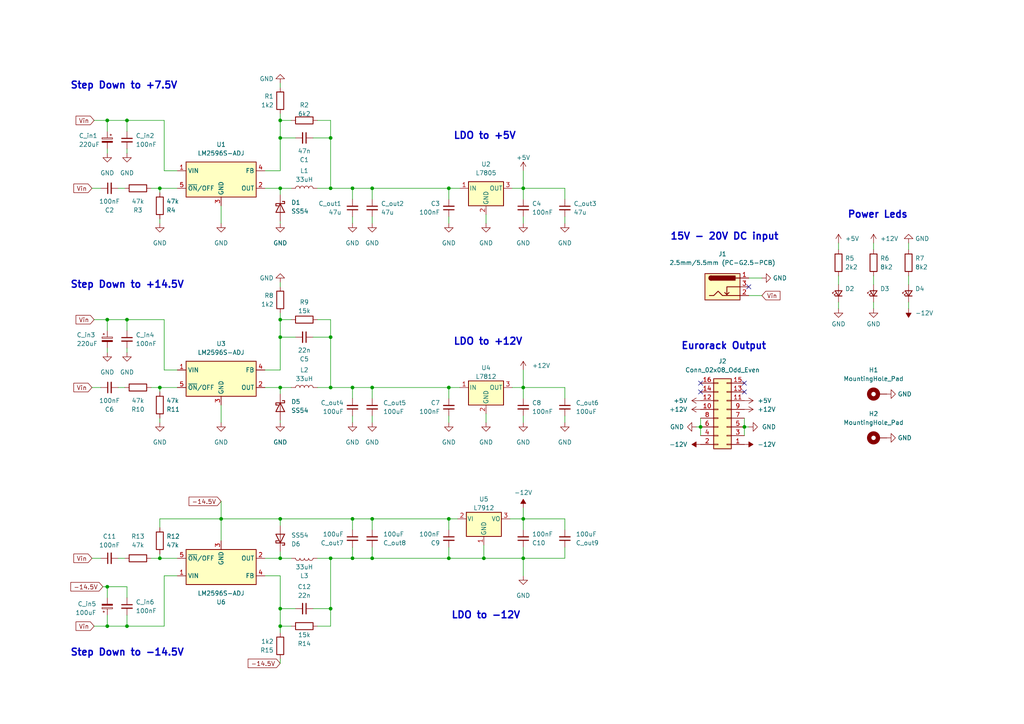
<source format=kicad_sch>
(kicad_sch (version 20211123) (generator eeschema)
  (paper "A4")
  (title_block (title "PSU for Eurorack") (date "2023-02-06") (rev "2") (company "GSS") (comment 1 "15V to 20V input") (comment 2 "Standard Eurorack Output @1A per line"))
  (lib_symbols
    (symbol "Connector:Barrel_Jack_Switch" (pin_names hide)
      (property "Reference" "J" (at 0 5.334 0))
      (property "Value" "Barrel_Jack_Switch" (at 0 -5.08 0))
      (symbol "Barrel_Jack_Switch_0_1"
        (rectangle (start -5.08 3.81) (end 5.08 -3.81) (stroke (width 0.254)) (fill (type background)))
        (arc (start -3.302 3.175) (mid -3.937 2.54) (end -3.302 1.905) (stroke (width 0.254)))
        (arc (start -3.302 3.175) (mid -3.937 2.54) (end -3.302 1.905) (stroke (width 0.254)) (fill (type outline)))
        (polyline (pts (xy 1.27 -2.286) (xy 1.905 -1.651)) (stroke (width 0.254)))
        (polyline (pts (xy 5.08 2.54) (xy 3.81 2.54)) (stroke (width 0.254)))
        (polyline (pts (xy 5.08 0) (xy 1.27 0) (xy 1.27 -2.286) (xy 0.635 -1.651)) (stroke (width 0.254)))
        (polyline (pts (xy -3.81 -2.54) (xy -2.54 -2.54) (xy -1.27 -1.27) (xy 0 -2.54) (xy 2.54 -2.54) (xy 5.08 -2.54)) (stroke (width 0.254)))
        (rectangle (start 3.683 3.175) (end -3.302 1.905) (stroke (width 0.254)) (fill (type outline)))
      )
      (symbol "Barrel_Jack_Switch_1_1"
        (pin passive line (at 7.62 2.54 180) (length 2.54) (name "~") (number "1"))
        (pin passive line (at 7.62 -2.54 180) (length 2.54) (name "~") (number "2"))
        (pin passive line (at 7.62 0 180) (length 2.54) (name "~") (number "3"))
      )
    )
    (symbol "Connector_Generic:Conn_02x08_Odd_Even" (pin_names (offset 1.016) hide)
      (property "Reference" "J" (at 1.27 10.16 0))
      (property "Value" "Conn_02x08_Odd_Even" (at 1.27 -12.7 0))
      (symbol "Conn_02x08_Odd_Even_1_1"
        (rectangle (start -1.27 -10.033) (end 0 -10.287) (stroke (width 0.1524)))
        (rectangle (start -1.27 -7.493) (end 0 -7.747) (stroke (width 0.1524)))
        (rectangle (start -1.27 -4.953) (end 0 -5.207) (stroke (width 0.1524)))
        (rectangle (start -1.27 -2.413) (end 0 -2.667) (stroke (width 0.1524)))
        (rectangle (start -1.27 0.127) (end 0 -0.127) (stroke (width 0.1524)))
        (rectangle (start -1.27 2.667) (end 0 2.413) (stroke (width 0.1524)))
        (rectangle (start -1.27 5.207) (end 0 4.953) (stroke (width 0.1524)))
        (rectangle (start -1.27 7.747) (end 0 7.493) (stroke (width 0.1524)))
        (rectangle (start -1.27 8.89) (end 3.81 -11.43) (stroke (width 0.254)) (fill (type background)))
        (rectangle (start 3.81 -10.033) (end 2.54 -10.287) (stroke (width 0.1524)))
        (rectangle (start 3.81 -7.493) (end 2.54 -7.747) (stroke (width 0.1524)))
        (rectangle (start 3.81 -4.953) (end 2.54 -5.207) (stroke (width 0.1524)))
        (rectangle (start 3.81 -2.413) (end 2.54 -2.667) (stroke (width 0.1524)))
        (rectangle (start 3.81 0.127) (end 2.54 -0.127) (stroke (width 0.1524)))
        (rectangle (start 3.81 2.667) (end 2.54 2.413) (stroke (width 0.1524)))
        (rectangle (start 3.81 5.207) (end 2.54 4.953) (stroke (width 0.1524)))
        (rectangle (start 3.81 7.747) (end 2.54 7.493) (stroke (width 0.1524)))
        (pin passive line (at -5.08 7.62 0) (length 3.81) (name "Pin_1") (number "1"))
        (pin passive line (at 7.62 -2.54 180) (length 3.81) (name "Pin_10") (number "10"))
        (pin passive line (at -5.08 -5.08 0) (length 3.81) (name "Pin_11") (number "11"))
        (pin passive line (at 7.62 -5.08 180) (length 3.81) (name "Pin_12") (number "12"))
        (pin passive line (at -5.08 -7.62 0) (length 3.81) (name "Pin_13") (number "13"))
        (pin passive line (at 7.62 -7.62 180) (length 3.81) (name "Pin_14") (number "14"))
        (pin passive line (at -5.08 -10.16 0) (length 3.81) (name "Pin_15") (number "15"))
        (pin passive line (at 7.62 -10.16 180) (length 3.81) (name "Pin_16") (number "16"))
        (pin passive line (at 7.62 7.62 180) (length 3.81) (name "Pin_2") (number "2"))
        (pin passive line (at -5.08 5.08 0) (length 3.81) (name "Pin_3") (number "3"))
        (pin passive line (at 7.62 5.08 180) (length 3.81) (name "Pin_4") (number "4"))
        (pin passive line (at -5.08 2.54 0) (length 3.81) (name "Pin_5") (number "5"))
        (pin passive line (at 7.62 2.54 180) (length 3.81) (name "Pin_6") (number "6"))
        (pin passive line (at -5.08 0 0) (length 3.81) (name "Pin_7") (number "7"))
        (pin passive line (at 7.62 0 180) (length 3.81) (name "Pin_8") (number "8"))
        (pin passive line (at -5.08 -2.54 0) (length 3.81) (name "Pin_9") (number "9"))
      )
    )
    (symbol "Device:C_Polarized_Small" (pin_numbers hide) (pin_names (offset 0.254) hide)
      (property "Reference" "C" (at 0.254 1.778 0))
      (property "Value" "C_Polarized_Small" (at 0.254 -2.032 0))
      (symbol "C_Polarized_Small_0_1"
        (rectangle (start -1.524 -0.3048) (end 1.524 -0.6858) (fill (type outline)))
        (rectangle (start -1.524 0.6858) (end 1.524 0.3048))
        (polyline (pts (xy -1.27 1.524) (xy -0.762 1.524)))
        (polyline (pts (xy -1.016 1.27) (xy -1.016 1.778)))
      )
      (symbol "C_Polarized_Small_1_1"
        (pin passive line (at 0 2.54 270) (length 1.8542) (name "~") (number "1"))
        (pin passive line (at 0 -2.54 90) (length 1.8542) (name "~") (number "2"))
      )
    )
    (symbol "Device:C_Small" (pin_numbers hide) (pin_names (offset 0.254) hide)
      (property "Reference" "C" (at 0.254 1.778 0))
      (property "Value" "C_Small" (at 0.254 -2.032 0))
      (symbol "C_Small_0_1"
        (polyline (pts (xy -1.524 -0.508) (xy 1.524 -0.508)) (stroke (width 0.3302)))
        (polyline (pts (xy -1.524 0.508) (xy 1.524 0.508)) (stroke (width 0.3048)))
      )
      (symbol "C_Small_1_1"
        (pin passive line (at 0 2.54 270) (length 2.032) (name "~") (number "1"))
        (pin passive line (at 0 -2.54 90) (length 2.032) (name "~") (number "2"))
      )
    )
    (symbol "Device:D_Schottky" (pin_numbers hide) (pin_names (offset 1.016) hide)
      (property "Reference" "D" (at 0 2.54 0))
      (property "Value" "D_Schottky" (at 0 -2.54 0))
      (symbol "D_Schottky_0_1"
        (polyline (pts (xy 1.27 0) (xy -1.27 0)))
        (polyline (pts (xy 1.27 1.27) (xy 1.27 -1.27) (xy -1.27 0) (xy 1.27 1.27)) (stroke (width 0.254)))
        (polyline (pts (xy -1.905 0.635) (xy -1.905 1.27) (xy -1.27 1.27) (xy -1.27 -1.27) (xy -0.635 -1.27) (xy -0.635 -0.635)) (stroke (width 0.254)))
      )
      (symbol "D_Schottky_1_1"
        (pin passive line (at -3.81 0 0) (length 2.54) (name "K") (number "1"))
        (pin passive line (at 3.81 0 180) (length 2.54) (name "A") (number "2"))
      )
    )
    (symbol "Device:L" (pin_numbers hide) (pin_names (offset 1.016) hide)
      (property "Reference" "L" (at -1.27 0 90))
      (property "Value" "L" (at 1.905 0 90))
      (symbol "L_0_1"
        (arc (start 0 -2.54) (mid 0.635 -1.905) (end 0 -1.27))
        (arc (start 0 -1.27) (mid 0.635 -0.635) (end 0 0))
        (arc (start 0 0) (mid 0.635 0.635) (end 0 1.27))
        (arc (start 0 1.27) (mid 0.635 1.905) (end 0 2.54))
      )
      (symbol "L_1_1"
        (pin passive line (at 0 3.81 270) (length 1.27) (name "1") (number "1"))
        (pin passive line (at 0 -3.81 90) (length 1.27) (name "2") (number "2"))
      )
    )
    (symbol "Device:LED_Small" (pin_numbers hide) (pin_names (offset 0.254) hide)
      (property "Reference" "D" (at -1.27 3.175 0))
      (property "Value" "LED_Small" (at -4.445 -2.54 0))
      (symbol "LED_Small_0_1"
        (polyline (pts (xy -0.762 -1.016) (xy -0.762 1.016)) (stroke (width 0.254)))
        (polyline (pts (xy 1.016 0) (xy -0.762 0)))
        (polyline (pts (xy 0.762 -1.016) (xy -0.762 0) (xy 0.762 1.016) (xy 0.762 -1.016)) (stroke (width 0.254)))
        (polyline (pts (xy 0 0.762) (xy -0.508 1.27) (xy -0.254 1.27) (xy -0.508 1.27) (xy -0.508 1.016)))
        (polyline (pts (xy 0.508 1.27) (xy 0 1.778) (xy 0.254 1.778) (xy 0 1.778) (xy 0 1.524)))
      )
      (symbol "LED_Small_1_1"
        (pin passive line (at -2.54 0 0) (length 1.778) (name "K") (number "1"))
        (pin passive line (at 2.54 0 180) (length 1.778) (name "A") (number "2"))
      )
    )
    (symbol "Device:R" (pin_numbers hide) (pin_names (offset 0))
      (property "Reference" "R" (at 2.032 0 90))
      (property "Value" "R" (at 0 0 90))
      (symbol "R_0_1"
        (rectangle (start -1.016 -2.54) (end 1.016 2.54) (stroke (width 0.254)))
      )
      (symbol "R_1_1"
        (pin passive line (at 0 3.81 270) (length 1.27) (name "~") (number "1"))
        (pin passive line (at 0 -3.81 90) (length 1.27) (name "~") (number "2"))
      )
    )
    (symbol "GND_1" (power) (pin_names (offset 0))
      (property "Value" "GND_1" (at 0 -3.81 0))
      (symbol "GND_1_0_1"
        (polyline (pts (xy 0 0) (xy 0 -1.27) (xy 1.27 -1.27) (xy 0 -2.54) (xy -1.27 -1.27) (xy 0 -1.27)))
      )
      (symbol "GND_1_1_1"
        (pin power_in line (at 0 0 270) (length 0) hide (name "GND") (number "1"))
      )
    )
    (symbol "GND_2" (power) (pin_names (offset 0))
      (property "Value" "GND_2" (at 0 -3.81 0))
      (symbol "GND_2_0_1"
        (polyline (pts (xy 0 0) (xy 0 -1.27) (xy 1.27 -1.27) (xy 0 -2.54) (xy -1.27 -1.27) (xy 0 -1.27)))
      )
      (symbol "GND_2_1_1"
        (pin power_in line (at 0 0 270) (length 0) hide (name "GND") (number "1"))
      )
    )
    (symbol "GND_3" (power) (pin_names (offset 0))
      (property "Value" "GND_3" (at 0 -3.81 0))
      (symbol "GND_3_0_1"
        (polyline (pts (xy 0 0) (xy 0 -1.27) (xy 1.27 -1.27) (xy 0 -2.54) (xy -1.27 -1.27) (xy 0 -1.27)))
      )
      (symbol "GND_3_1_1"
        (pin power_in line (at 0 0 270) (length 0) hide (name "GND") (number "1"))
      )
    )
    (symbol "GND_4" (power) (pin_names (offset 0))
      (property "Value" "GND_4" (at 0 -3.81 0))
      (symbol "GND_4_0_1"
        (polyline (pts (xy 0 0) (xy 0 -1.27) (xy 1.27 -1.27) (xy 0 -2.54) (xy -1.27 -1.27) (xy 0 -1.27)))
      )
      (symbol "GND_4_1_1"
        (pin power_in line (at 0 0 270) (length 0) hide (name "GND") (number "1"))
      )
    )
    (symbol "Mechanical:MountingHole_Pad" (pin_numbers hide) (pin_names (offset 1.016) hide)
      (property "Reference" "H" (at 0 6.35 0))
      (property "Value" "MountingHole_Pad" (at 0 4.445 0))
      (symbol "MountingHole_Pad_0_1"
        (circle (center 0 1.27) (radius 1.27) (stroke (width 1.27)))
      )
      (symbol "MountingHole_Pad_1_1"
        (pin input line (at 0 -2.54 90) (length 2.54) (name "1") (number "1"))
      )
    )
    (symbol "Regulator_Linear:L7805" (pin_names (offset 0.254))
      (property "Reference" "U" (at -3.81 3.175 0))
      (property "Value" "L7805" (at 0 3.175 0))
      (symbol "L7805_0_1"
        (rectangle (start -5.08 1.905) (end 5.08 -5.08) (stroke (width 0.254)) (fill (type background)))
      )
      (symbol "L7805_1_1"
        (pin power_in line (at -7.62 0 0) (length 2.54) (name "IN") (number "1"))
        (pin power_in line (at 0 -7.62 90) (length 2.54) (name "GND") (number "2"))
        (pin power_out line (at 7.62 0 180) (length 2.54) (name "OUT") (number "3"))
      )
    )
    (symbol "Regulator_Linear:L7812" (pin_names (offset 0.254))
      (property "Reference" "U" (at -3.81 3.175 0))
      (property "Value" "L7812" (at 0 3.175 0))
      (symbol "L7812_0_1"
        (rectangle (start -5.08 1.905) (end 5.08 -5.08) (stroke (width 0.254)) (fill (type background)))
      )
      (symbol "L7812_1_1"
        (pin power_in line (at -7.62 0 0) (length 2.54) (name "IN") (number "1"))
        (pin power_in line (at 0 -7.62 90) (length 2.54) (name "GND") (number "2"))
        (pin power_out line (at 7.62 0 180) (length 2.54) (name "OUT") (number "3"))
      )
    )
    (symbol "Regulator_Linear:L7912" (pin_names (offset 0.254))
      (property "Reference" "U" (at -3.81 -3.175 0))
      (property "Value" "L7912" (at 0 -3.175 0))
      (symbol "L7912_0_1"
        (rectangle (start -5.08 5.08) (end 5.08 -1.905) (stroke (width 0.254)) (fill (type background)))
      )
      (symbol "L7912_1_1"
        (pin power_in line (at 0 7.62 270) (length 2.54) (name "GND") (number "1"))
        (pin power_in line (at -7.62 0 0) (length 2.54) (name "VI") (number "2"))
        (pin power_out line (at 7.62 0 180) (length 2.54) (name "VO") (number "3"))
      )
    )
    (symbol "Regulator_Switching:LM2596S-ADJ"
      (property "Reference" "U" (at -10.16 6.35 0))
      (property "Value" "LM2596S-ADJ" (at 0 6.35 0))
      (symbol "LM2596S-ADJ_0_1"
        (rectangle (start -10.16 5.08) (end 10.16 -5.08) (stroke (width 0.254)) (fill (type background)))
      )
      (symbol "LM2596S-ADJ_1_1"
        (pin power_in line (at -12.7 2.54 0) (length 2.54) (name "VIN") (number "1"))
        (pin output line (at 12.7 -2.54 180) (length 2.54) (name "OUT") (number "2"))
        (pin power_in line (at 0 -7.62 90) (length 2.54) (name "GND") (number "3"))
        (pin input line (at 12.7 2.54 180) (length 2.54) (name "FB") (number "4"))
        (pin input line (at -12.7 -2.54 0) (length 2.54) (name "~{ON}/OFF") (number "5"))
      )
    )
    (symbol "power:+12V" (power) (pin_names (offset 0))
      (property "Value" "+12V" (at 0 3.556 0))
      (symbol "+12V_0_1"
        (polyline (pts (xy -0.762 1.27) (xy 0 2.54)))
        (polyline (pts (xy 0 0) (xy 0 2.54)))
        (polyline (pts (xy 0 2.54) (xy 0.762 1.27)))
      )
      (symbol "+12V_1_1"
        (pin power_in line (at 0 0 90) (length 0) hide (name "+12V") (number "1"))
      )
    )
    (symbol "power:+5V" (power) (pin_names (offset 0))
      (property "Value" "+5V" (at 0 3.556 0))
      (symbol "+5V_0_1"
        (polyline (pts (xy -0.762 1.27) (xy 0 2.54)))
        (polyline (pts (xy 0 0) (xy 0 2.54)))
        (polyline (pts (xy 0 2.54) (xy 0.762 1.27)))
      )
      (symbol "+5V_1_1"
        (pin power_in line (at 0 0 90) (length 0) hide (name "+5V") (number "1"))
      )
    )
    (symbol "power:-12V" (power) (pin_names (offset 0))
      (property "Value" "-12V" (at 0 3.81 0))
      (symbol "-12V_0_0"
        (pin power_in line (at 0 0 90) (length 0) hide (name "-12V") (number "1"))
      )
      (symbol "-12V_0_1"
        (polyline (pts (xy 0 0) (xy 0 1.27) (xy 0.762 1.27) (xy 0 2.54) (xy -0.762 1.27) (xy 0 1.27)) (fill (type outline)))
      )
    )
    (symbol "power:GND" (power) (pin_names (offset 0))
      (property "Value" "GND" (at 0 -3.81 0))
      (symbol "GND_0_1"
        (polyline (pts (xy 0 0) (xy 0 -1.27) (xy 1.27 -1.27) (xy 0 -2.54) (xy -1.27 -1.27) (xy 0 -1.27)))
      )
      (symbol "GND_1_1"
        (pin power_in line (at 0 0 270) (length 0) hide (name "GND") (number "1"))
      )
    )
  )
  (junction (at 151.765 54.61))
  (junction (at 151.765 112.395))
  (junction (at 107.95 54.61))
  (junction (at 81.28 161.925))
  (junction (at 95.885 54.61))
  (junction (at 31.115 92.71))
  (junction (at 102.235 161.925))
  (junction (at 140.335 161.925))
  (junction (at 95.885 40.005))
  (junction (at 31.115 170.18))
  (junction (at 46.355 161.925))
  (junction (at 36.83 34.925))
  (junction (at 81.28 112.395))
  (junction (at 81.28 150.495))
  (junction (at 81.28 97.79))
  (junction (at 107.95 112.395))
  (junction (at 81.28 181.61))
  (junction (at 81.28 92.71))
  (junction (at 81.28 54.61))
  (junction (at 81.28 176.53))
  (junction (at 64.135 150.495))
  (junction (at 102.235 54.61))
  (junction (at 151.765 161.925))
  (junction (at 151.765 150.495))
  (junction (at 107.95 150.495))
  (junction (at 95.885 161.925))
  (junction (at 95.885 97.79))
  (junction (at 102.235 112.395))
  (junction (at 36.83 181.61))
  (junction (at 81.28 40.005))
  (junction (at 31.115 181.61))
  (junction (at 102.235 150.495))
  (junction (at 107.95 161.925))
  (junction (at 31.115 34.925))
  (junction (at 95.885 176.53))
  (junction (at 36.83 92.71))
  (junction (at 46.355 54.61))
  (junction (at 130.175 161.925))
  (junction (at 215.9 123.825))
  (junction (at 95.885 112.395))
  (junction (at 46.355 112.395))
  (junction (at 203.2 123.825))
  (junction (at 130.175 112.395))
  (junction (at 130.175 54.61))
  (junction (at 130.175 150.495))
  (junction (at 81.28 34.925))
  (no_connect (at 203.2 113.665))
  (no_connect (at 217.17 83.185))
  (no_connect (at 203.2 111.125))
  (no_connect (at 215.9 113.665))
  (no_connect (at 215.9 111.125))
  (wire (pts (xy 81.28 183.515) (xy 81.28 181.61)))
  (wire (pts (xy 140.335 158.115) (xy 140.335 161.925)))
  (wire (pts (xy 46.355 160.655) (xy 46.355 161.925)))
  (wire (pts (xy 36.83 181.61) (xy 36.83 178.435)))
  (wire (pts (xy 64.135 59.69) (xy 64.135 64.77)))
  (wire (pts (xy 133.35 112.395) (xy 130.175 112.395)))
  (wire (pts (xy 201.93 123.825) (xy 203.2 123.825)))
  (wire (pts (xy 151.765 112.395) (xy 163.83 112.395)))
  (wire (pts (xy 81.28 112.395) (xy 81.28 114.3)))
  (wire (pts (xy 102.235 112.395) (xy 102.235 115.57)))
  (wire (pts (xy 47.625 181.61) (xy 47.625 167.005)))
  (wire (pts (xy 130.175 161.925) (xy 140.335 161.925)))
  (wire (pts (xy 102.235 150.495) (xy 107.95 150.495)))
  (wire (pts (xy 81.28 97.79) (xy 85.725 97.79)))
  (wire (pts (xy 163.83 54.61) (xy 163.83 57.785)))
  (wire (pts (xy 151.765 115.57) (xy 151.765 112.395)))
  (wire (pts (xy 151.765 64.77) (xy 151.765 62.865)))
  (wire (pts (xy 81.28 54.61) (xy 81.28 56.515)))
  (wire (pts (xy 34.29 161.925) (xy 36.195 161.925)))
  (wire (pts (xy 64.135 117.475) (xy 64.135 122.555)))
  (wire (pts (xy 31.115 92.71) (xy 31.115 95.885)))
  (wire (pts (xy 243.205 87.63) (xy 243.205 89.535)))
  (wire (pts (xy 46.355 113.665) (xy 46.355 112.395)))
  (wire (pts (xy 95.885 40.005) (xy 95.885 54.61)))
  (wire (pts (xy 81.28 24.13) (xy 81.28 25.4)))
  (wire (pts (xy 130.175 112.395) (xy 130.175 115.57)))
  (wire (pts (xy 81.28 92.71) (xy 81.28 97.79)))
  (wire (pts (xy 27.305 34.925) (xy 31.115 34.925)))
  (wire (pts (xy 46.355 150.495) (xy 64.135 150.495)))
  (wire (pts (xy 133.35 54.61) (xy 130.175 54.61)))
  (wire (pts (xy 203.2 123.825) (xy 203.2 126.365)))
  (wire (pts (xy 31.115 181.61) (xy 31.115 178.435)))
  (wire (pts (xy 81.28 161.925) (xy 84.455 161.925)))
  (wire (pts (xy 31.115 181.61) (xy 36.83 181.61)))
  (wire (pts (xy 243.205 70.485) (xy 243.205 72.39)))
  (wire (pts (xy 253.365 87.63) (xy 253.365 89.535)))
  (wire (pts (xy 31.115 92.71) (xy 36.83 92.71)))
  (wire (pts (xy 217.17 85.725) (xy 220.98 85.725)))
  (wire (pts (xy 95.885 176.53) (xy 95.885 161.925)))
  (wire (pts (xy 31.115 34.925) (xy 36.83 34.925)))
  (wire (pts (xy 107.95 54.61) (xy 107.95 57.785)))
  (wire (pts (xy 36.83 92.71) (xy 47.625 92.71)))
  (wire (pts (xy 27.305 181.61) (xy 31.115 181.61)))
  (wire (pts (xy 81.28 40.005) (xy 85.725 40.005)))
  (wire (pts (xy 163.83 161.925) (xy 163.83 158.75)))
  (wire (pts (xy 47.625 49.53) (xy 51.435 49.53)))
  (wire (pts (xy 107.95 120.65) (xy 107.95 122.555)))
  (wire (pts (xy 151.765 161.925) (xy 163.83 161.925)))
  (wire (pts (xy 95.885 112.395) (xy 102.235 112.395)))
  (wire (pts (xy 27.305 92.71) (xy 31.115 92.71)))
  (wire (pts (xy 140.335 161.925) (xy 151.765 161.925)))
  (wire (pts (xy 107.95 62.865) (xy 107.95 64.77)))
  (wire (pts (xy 46.355 112.395) (xy 51.435 112.395)))
  (wire (pts (xy 81.28 121.92) (xy 81.28 122.555)))
  (wire (pts (xy 102.235 120.65) (xy 102.235 122.555)))
  (wire (pts (xy 81.28 34.925) (xy 81.28 40.005)))
  (wire (pts (xy 215.9 123.825) (xy 215.9 126.365)))
  (wire (pts (xy 151.765 150.495) (xy 151.765 153.67)))
  (wire (pts (xy 76.835 54.61) (xy 81.28 54.61)))
  (wire (pts (xy 92.075 112.395) (xy 95.885 112.395)))
  (wire (pts (xy 92.075 34.925) (xy 95.885 34.925)))
  (wire (pts (xy 64.135 150.495) (xy 64.135 156.845)))
  (wire (pts (xy 140.97 120.015) (xy 140.97 122.555)))
  (wire (pts (xy 76.835 161.925) (xy 81.28 161.925)))
  (wire (pts (xy 102.235 112.395) (xy 107.95 112.395)))
  (wire (pts (xy 81.28 181.61) (xy 81.28 176.53)))
  (wire (pts (xy 102.235 161.925) (xy 107.95 161.925)))
  (wire (pts (xy 81.28 64.135) (xy 81.28 64.77)))
  (wire (pts (xy 46.355 122.555) (xy 46.355 121.285)))
  (wire (pts (xy 76.835 112.395) (xy 81.28 112.395)))
  (wire (pts (xy 151.765 57.785) (xy 151.765 54.61)))
  (wire (pts (xy 90.805 97.79) (xy 95.885 97.79)))
  (wire (pts (xy 76.835 107.315) (xy 81.28 107.315)))
  (wire (pts (xy 34.29 54.61) (xy 36.195 54.61)))
  (wire (pts (xy 81.28 54.61) (xy 84.455 54.61)))
  (wire (pts (xy 81.28 112.395) (xy 84.455 112.395)))
  (wire (pts (xy 76.835 49.53) (xy 81.28 49.53)))
  (wire (pts (xy 47.625 92.71) (xy 47.625 107.315)))
  (wire (pts (xy 81.28 150.495) (xy 81.28 152.4)))
  (wire (pts (xy 90.805 176.53) (xy 95.885 176.53)))
  (wire (pts (xy 46.355 64.77) (xy 46.355 63.5)))
  (wire (pts (xy 26.67 112.395) (xy 29.21 112.395)))
  (wire (pts (xy 151.765 107.315) (xy 151.765 112.395)))
  (wire (pts (xy 43.815 54.61) (xy 46.355 54.61)))
  (wire (pts (xy 84.455 34.925) (xy 81.28 34.925)))
  (wire (pts (xy 26.67 161.925) (xy 29.21 161.925)))
  (wire (pts (xy 163.83 150.495) (xy 163.83 153.67)))
  (wire (pts (xy 130.175 150.495) (xy 130.175 153.67)))
  (wire (pts (xy 140.97 62.23) (xy 140.97 64.77)))
  (wire (pts (xy 151.765 150.495) (xy 163.83 150.495)))
  (wire (pts (xy 130.175 150.495) (xy 132.715 150.495)))
  (wire (pts (xy 81.28 81.915) (xy 81.28 83.185)))
  (wire (pts (xy 151.765 54.61) (xy 148.59 54.61)))
  (wire (pts (xy 34.29 112.395) (xy 36.195 112.395)))
  (wire (pts (xy 263.525 70.485) (xy 263.525 72.39)))
  (wire (pts (xy 263.525 87.63) (xy 263.525 89.535)))
  (wire (pts (xy 36.83 34.925) (xy 47.625 34.925)))
  (wire (pts (xy 163.83 62.865) (xy 163.83 64.77)))
  (wire (pts (xy 31.115 34.925) (xy 31.115 38.1)))
  (wire (pts (xy 215.9 121.285) (xy 215.9 123.825)))
  (wire (pts (xy 81.28 49.53) (xy 81.28 40.005)))
  (wire (pts (xy 215.9 123.825) (xy 217.17 123.825)))
  (wire (pts (xy 107.95 150.495) (xy 107.95 153.67)))
  (wire (pts (xy 130.175 62.865) (xy 130.175 64.77)))
  (wire (pts (xy 36.83 34.925) (xy 36.83 38.1)))
  (wire (pts (xy 102.235 54.61) (xy 107.95 54.61)))
  (wire (pts (xy 102.235 54.61) (xy 102.235 57.785)))
  (wire (pts (xy 76.835 167.005) (xy 81.28 167.005)))
  (wire (pts (xy 107.95 150.495) (xy 130.175 150.495)))
  (wire (pts (xy 130.175 161.925) (xy 130.175 158.75)))
  (wire (pts (xy 95.885 40.005) (xy 95.885 34.925)))
  (wire (pts (xy 36.83 181.61) (xy 47.625 181.61)))
  (wire (pts (xy 151.765 122.555) (xy 151.765 120.65)))
  (wire (pts (xy 31.115 100.965) (xy 31.115 102.235)))
  (wire (pts (xy 243.205 80.01) (xy 243.205 82.55)))
  (wire (pts (xy 29.845 170.18) (xy 31.115 170.18)))
  (wire (pts (xy 81.28 167.005) (xy 81.28 176.53)))
  (wire (pts (xy 43.815 161.925) (xy 46.355 161.925)))
  (wire (pts (xy 163.83 120.65) (xy 163.83 122.555)))
  (wire (pts (xy 46.355 150.495) (xy 46.355 153.035)))
  (wire (pts (xy 81.28 107.315) (xy 81.28 97.79)))
  (wire (pts (xy 64.135 145.415) (xy 64.135 150.495)))
  (wire (pts (xy 31.115 43.18) (xy 31.115 44.45)))
  (wire (pts (xy 92.075 92.71) (xy 95.885 92.71)))
  (wire (pts (xy 107.95 161.925) (xy 130.175 161.925)))
  (wire (pts (xy 84.455 181.61) (xy 81.28 181.61)))
  (wire (pts (xy 47.625 34.925) (xy 47.625 49.53)))
  (wire (pts (xy 253.365 80.01) (xy 253.365 82.55)))
  (wire (pts (xy 151.765 54.61) (xy 163.83 54.61)))
  (wire (pts (xy 31.115 170.18) (xy 36.83 170.18)))
  (wire (pts (xy 151.765 147.32) (xy 151.765 150.495)))
  (wire (pts (xy 36.83 92.71) (xy 36.83 95.885)))
  (wire (pts (xy 102.235 62.865) (xy 102.235 64.77)))
  (wire (pts (xy 43.815 112.395) (xy 46.355 112.395)))
  (wire (pts (xy 26.67 54.61) (xy 29.21 54.61)))
  (wire (pts (xy 95.885 97.79) (xy 95.885 92.71)))
  (wire (pts (xy 95.885 97.79) (xy 95.885 112.395)))
  (wire (pts (xy 151.765 158.75) (xy 151.765 161.925)))
  (wire (pts (xy 46.355 55.88) (xy 46.355 54.61)))
  (wire (pts (xy 92.075 181.61) (xy 95.885 181.61)))
  (wire (pts (xy 151.765 49.53) (xy 151.765 54.61)))
  (wire (pts (xy 46.355 161.925) (xy 51.435 161.925)))
  (wire (pts (xy 36.83 100.965) (xy 36.83 102.235)))
  (wire (pts (xy 90.805 40.005) (xy 95.885 40.005)))
  (wire (pts (xy 107.95 112.395) (xy 130.175 112.395)))
  (wire (pts (xy 102.235 150.495) (xy 102.235 153.67)))
  (wire (pts (xy 46.355 54.61) (xy 51.435 54.61)))
  (wire (pts (xy 102.235 161.925) (xy 102.235 158.75)))
  (wire (pts (xy 84.455 92.71) (xy 81.28 92.71)))
  (wire (pts (xy 31.115 170.18) (xy 31.115 173.355)))
  (wire (pts (xy 81.28 176.53) (xy 85.725 176.53)))
  (wire (pts (xy 64.135 150.495) (xy 81.28 150.495)))
  (wire (pts (xy 47.625 107.315) (xy 51.435 107.315)))
  (wire (pts (xy 95.885 161.925) (xy 102.235 161.925)))
  (wire (pts (xy 130.175 120.65) (xy 130.175 122.555)))
  (wire (pts (xy 147.955 150.495) (xy 151.765 150.495)))
  (wire (pts (xy 36.83 43.18) (xy 36.83 44.45)))
  (wire (pts (xy 163.83 112.395) (xy 163.83 115.57)))
  (wire (pts (xy 95.885 176.53) (xy 95.885 181.61)))
  (wire (pts (xy 107.95 112.395) (xy 107.95 115.57)))
  (wire (pts (xy 151.765 112.395) (xy 148.59 112.395)))
  (wire (pts (xy 107.95 161.925) (xy 107.95 158.75)))
  (wire (pts (xy 81.28 192.405) (xy 81.28 191.135)))
  (wire (pts (xy 81.28 150.495) (xy 102.235 150.495)))
  (wire (pts (xy 81.28 90.805) (xy 81.28 92.71)))
  (wire (pts (xy 107.95 54.61) (xy 130.175 54.61)))
  (wire (pts (xy 253.365 70.485) (xy 253.365 72.39)))
  (wire (pts (xy 217.17 80.645) (xy 220.98 80.645)))
  (wire (pts (xy 203.2 121.285) (xy 203.2 123.825)))
  (wire (pts (xy 47.625 167.005) (xy 51.435 167.005)))
  (wire (pts (xy 36.83 170.18) (xy 36.83 173.355)))
  (wire (pts (xy 130.175 54.61) (xy 130.175 57.785)))
  (wire (pts (xy 151.765 161.925) (xy 151.765 167.005)))
  (wire (pts (xy 95.885 54.61) (xy 102.235 54.61)))
  (wire (pts (xy 92.075 161.925) (xy 95.885 161.925)))
  (wire (pts (xy 92.075 54.61) (xy 95.885 54.61)))
  (wire (pts (xy 263.525 80.01) (xy 263.525 82.55)))
  (wire (pts (xy 81.28 33.02) (xy 81.28 34.925)))
  (wire (pts (xy 81.28 161.925) (xy 81.28 160.02)))
  (text "LDO to -12V" (at 130.81 179.705 0) (effects (font (size 2 2) (thickness 0.4) bold) (justify left bottom)))
  (text "LDO to +12V" (at 131.445 100.33 0) (effects (font (size 2 2) (thickness 0.4) bold) (justify left bottom)))
  (text "Eurorack Output\n" (at 197.485 101.6 0) (effects (font (size 2 2) (thickness 0.4) bold) (justify left bottom)))
  (text "Power Leds" (at 245.745 63.5 0) (effects (font (size 2 2) (thickness 0.4) bold) (justify left bottom)))
  (text "Step Down to +14.5V" (at 20.32 83.82 0) (effects (font (size 2 2) (thickness 0.4) bold) (justify left bottom)))
  (text "15V - 20V DC input" (at 194.31 69.85 0) (effects (font (size 2 2) (thickness 0.4) bold) (justify left bottom)))
  (text "Step Down to +7.5V" (at 20.32 26.035 0) (effects (font (size 2 2) (thickness 0.4) bold) (justify left bottom)))
  (text "Step Down to -14.5V" (at 20.32 190.5 0) (effects (font (size 2 2) (thickness 0.4) bold) (justify left bottom)))
  (text "LDO to +5V" (at 131.445 40.64 0) (effects (font (size 2 2) (thickness 0.4) bold) (justify left bottom)))
  (global_label "Vin" (shape input) (at 26.67 161.925 180) (property "Intersheet References" "${INTERSHEET_REFS}" (effects hide)))
  (global_label "Vin" (shape input) (at 220.98 85.725 0) (property "Intersheet References" "${INTERSHEET_REFS}" (effects hide)))
  (global_label "-14.5V" (shape input) (at 29.845 170.18 180) (property "Intersheet References" "${INTERSHEET_REFS}" (effects hide)))
  (global_label "Vin" (shape input) (at 27.305 92.71 180) (property "Intersheet References" "${INTERSHEET_REFS}" (effects hide)))
  (global_label "Vin" (shape input) (at 27.305 181.61 180) (property "Intersheet References" "${INTERSHEET_REFS}" (effects hide)))
  (global_label "Vin" (shape input) (at 27.305 34.925 180) (property "Intersheet References" "${INTERSHEET_REFS}" (effects hide)))
  (global_label "Vin" (shape input) (at 26.67 54.61 180) (property "Intersheet References" "${INTERSHEET_REFS}" (effects hide)))
  (global_label "-14.5V" (shape input) (at 81.28 192.405 180) (property "Intersheet References" "${INTERSHEET_REFS}" (effects hide)))
  (global_label "-14.5V" (shape input) (at 64.135 145.415 180) (property "Intersheet References" "${INTERSHEET_REFS}" (effects hide)))
  (global_label "Vin" (shape input) (at 26.67 112.395 180) (property "Intersheet References" "${INTERSHEET_REFS}" (effects hide)))
  (symbol (lib_name "GND_1") (lib_id "power:GND") (at 81.28 64.77 0) (unit 1)
    (property "Reference" "#PWR07" (effects hide))
    (property "Value" "GND" (at 81.28 70.485 0))
  )
  (symbol (lib_id "Device:R") (at 81.28 29.21 0) (mirror x) (unit 1)
    (property "Reference" "R1" (at 79.375 27.9399 0) (effects (justify right)))
    (property "Value" "1k2" (at 79.375 30.4799 0) (effects (justify right)))
    (property "Footprint" "Resistor_SMD:R_0805_2012Metric_Pad1.20x1.40mm_HandSolder" (effects hide))
    (property "JLCPCB Reference" "C17379 " (effects hide))
  )
  (symbol (lib_id "Device:R") (at 81.28 187.325 0) (unit 1)
    (property "Reference" "R15" (at 79.375 188.5951 0) (effects (justify right)))
    (property "Value" "1k2" (at 79.375 186.0551 0) (effects (justify right)))
    (property "Footprint" "Resistor_SMD:R_0805_2012Metric_Pad1.20x1.40mm_HandSolder" (effects hide))
    (property "JLCPCB Reference" "C17379 " (effects hide))
  )
  (symbol (lib_id "Device:C_Small") (at 88.265 97.79 270) (unit 1)
    (property "Reference" "C5" (at 88.2587 104.14 90))
    (property "Value" "22n" (at 88.2587 101.6 90))
    (property "Footprint" "Capacitor_SMD:C_0603_1608Metric" (effects hide))
    (property "JLCPCB Reference" "C21122 " (effects hide))
  )
  (symbol (lib_id "Device:R") (at 40.005 54.61 90) (mirror x) (unit 1)
    (property "Reference" "R3" (at 40.005 60.96 90))
    (property "Value" "47k" (at 40.005 58.42 90))
    (property "Footprint" "Resistor_SMD:R_0603_1608Metric" (effects hide))
    (property "JLCPCB Reference" "C25819" (effects hide))
  )
  (symbol (lib_name "GND_3") (lib_id "power:GND") (at 257.175 127 90) (unit 1)
    (property "Reference" "#PWR047" (effects hide))
    (property "Value" "GND" (at 260.35 126.9999 90) (effects (justify right)))
  )
  (symbol (lib_id "Device:LED_Small") (at 253.365 85.09 90) (unit 1)
    (property "Reference" "D3" (at 255.27 83.7564 90) (effects (justify right)))
    (property "Value" " " (at 255.27 86.2964 90) (effects (justify right)))
    (property "Footprint" "LED_THT:LED_D3.0mm" (effects hide))
  )
  (symbol (lib_name "GND_1") (lib_id "power:GND") (at 81.28 24.13 0) (mirror x) (unit 1)
    (property "Reference" "#PWR01" (effects hide))
    (property "Value" "GND" (at 79.375 22.8599 0) (effects (justify right)))
  )
  (symbol (lib_id "Device:R") (at 81.28 86.995 0) (mirror x) (unit 1)
    (property "Reference" "R8" (at 79.375 85.7249 0) (effects (justify right)))
    (property "Value" "1k2" (at 79.375 88.2649 0) (effects (justify right)))
    (property "Footprint" "Resistor_SMD:R_0805_2012Metric_Pad1.20x1.40mm_HandSolder" (effects hide))
    (property "JLCPCB Reference" "C17379 " (effects hide))
  )
  (symbol (lib_id "Device:R") (at 40.005 161.925 90) (unit 1)
    (property "Reference" "R13" (at 40.005 155.575 90))
    (property "Value" "47k" (at 40.005 158.115 90))
    (property "Footprint" "Resistor_SMD:R_0603_1608Metric" (effects hide))
    (property "JLCPCB Reference" "C25819" (effects hide))
  )
  (symbol (lib_id "Mechanical:MountingHole_Pad") (at 254.635 127 90) (unit 1)
    (property "Reference" "H2" (at 253.365 120.015 90))
    (property "Value" "MountingHole_Pad" (at 253.365 122.555 90))
    (property "Footprint" "MountingHole:MountingHole_3.2mm_M3_Pad_TopOnly" (effects hide))
  )
  (symbol (lib_name "GND_1") (lib_id "power:GND") (at 36.83 102.235 0) (unit 1)
    (property "Reference" "#PWR035" (effects hide))
    (property "Value" "GND" (at 36.83 107.95 0))
  )
  (symbol (lib_name "GND_1") (lib_id "power:GND") (at 64.135 122.555 0) (unit 1)
    (property "Reference" "#PWR039" (effects hide))
    (property "Value" "GND" (at 64.135 128.27 0))
  )
  (symbol (lib_id "Device:C_Small") (at 163.83 156.21 180) (unit 1)
    (property "Reference" "C_out9" (at 167.005 157.4738 0) (effects (justify right)))
    (property "Value" "100uF" (at 167.005 154.9338 0) (effects (justify right)))
    (property "Footprint" "Inductor_SMD:L_1210_3225Metric" (effects hide))
    (property "JLCPCB Reference" "C90143 " (effects hide))
  )
  (symbol (lib_id "Device:R") (at 88.265 92.71 270) (mirror x) (unit 1)
    (property "Reference" "R9" (at 88.265 87.63 90))
    (property "Value" "15k" (at 88.265 90.17 90))
    (property "Footprint" "Resistor_SMD:R_0805_2012Metric_Pad1.20x1.40mm_HandSolder" (effects hide))
    (property "JLCPCB Reference" " C17475 " (effects hide))
  )
  (symbol (lib_name "GND_1") (lib_id "power:GND") (at 107.95 122.555 0) (unit 1)
    (property "Reference" "#PWR042" (effects hide))
    (property "Value" "GND" (at 107.95 128.27 0))
  )
  (symbol (lib_id "Connector:Barrel_Jack_Switch") (at 209.55 83.185 0) (unit 1)
    (property "Reference" "J1" (at 209.55 73.66 0))
    (property "Value" "2.5mm/5.5mm (PC-G2.5-PCB)" (at 209.55 76.2 0))
    (property "Footprint" "Connectors:DC_Barrel_Jack_2.5mm_5.7mm_Verrtical" (effects hide))
  )
  (symbol (lib_name "GND_4") (lib_id "power:GND") (at 253.365 89.535 0) (unit 1)
    (property "Reference" "#PWR030" (effects hide))
    (property "Value" "GND" (at 253.365 93.98 0))
  )
  (symbol (lib_id "Regulator_Linear:L7805") (at 140.97 54.61 0) (unit 1)
    (property "Reference" "U2" (at 140.97 47.625 0))
    (property "Value" "L7805" (at 140.97 50.165 0))
    (property "Footprint" "Package_TO_SOT_SMD:TO-263-3_TabPin2" (effects hide))
    (property "Datasheet" "http://www.st.com/content/ccc/resource/technical/document/datasheet/41/4f/b3/b0/12/d4/47/88/CD00000444.pdf/files/CD00000444.pdf/jcr:content/translations/en.CD00000444.pdf" (effects hide))
    (property "JLCPCB Reference" "C507146" (effects hide))
  )
  (symbol (lib_id "power:+12V") (at 253.365 70.485 0) (unit 1)
    (property "Reference" "#PWR015" (effects hide))
    (property "Value" "+12V" (at 255.27 69.2149 0) (effects (justify left)))
  )
  (symbol (lib_id "Device:C_Small") (at 36.83 175.895 0) (mirror y) (unit 1)
    (property "Reference" "C_in6" (at 39.37 174.6312 0) (effects (justify right)))
    (property "Value" "100nF" (at 39.37 177.1712 0) (effects (justify right)))
    (property "Footprint" "Capacitor_SMD:C_1206_3216Metric" (effects hide))
    (property "JLCPCB Reference" "C24497 " (effects hide))
  )
  (symbol (lib_name "GND_1") (lib_id "power:GND") (at 151.765 64.77 0) (unit 1)
    (property "Reference" "#PWR012" (effects hide))
    (property "Value" "GND" (at 151.765 70.485 0))
  )
  (symbol (lib_id "Device:C_Small") (at 163.83 60.325 0) (mirror y) (unit 1)
    (property "Reference" "C_out3" (at 166.37 59.0612 0) (effects (justify right)))
    (property "Value" "47u" (at 166.37 61.6012 0) (effects (justify right)))
    (property "Footprint" "Capacitor_SMD:C_1206_3216Metric" (effects hide))
    (property "JLCPCB Reference" "C96123" (effects hide))
  )
  (symbol (lib_name "GND_1") (lib_id "power:GND") (at 36.83 44.45 0) (unit 1)
    (property "Reference" "#PWR03" (effects hide))
    (property "Value" "GND" (at 36.83 50.165 0))
  )
  (symbol (lib_id "Device:C_Small") (at 130.175 60.325 0) (mirror x) (unit 1)
    (property "Reference" "C3" (at 127.635 59.0485 0) (effects (justify right)))
    (property "Value" "100nF" (at 127.635 61.5885 0) (effects (justify right)))
    (property "Footprint" "Capacitor_SMD:C_0805_2012Metric" (effects hide))
    (property "JLCPCB Reference" " C49678" (effects hide))
  )
  (symbol (lib_id "Device:C_Small") (at 31.75 112.395 90) (mirror x) (unit 1)
    (property "Reference" "C6" (at 31.7563 118.745 90))
    (property "Value" "100nF" (at 31.7563 116.205 90))
    (property "Footprint" "Capacitor_SMD:C_0805_2012Metric" (effects hide))
    (property "JLCPCB Reference" " C49678" (effects hide))
  )
  (symbol (lib_id "Regulator_Linear:L7912") (at 140.335 150.495 0) (mirror x) (unit 1)
    (property "Reference" "U5" (at 140.335 144.78 0))
    (property "Value" "L7912" (at 140.335 147.32 0))
    (property "Footprint" "Package_TO_SOT_SMD:TO-263-3_TabPin2" (effects hide))
    (property "Datasheet" "http://www.st.com/content/ccc/resource/technical/document/datasheet/c9/16/86/41/c7/2b/45/f2/CD00000450.pdf/files/CD00000450.pdf/jcr:content/translations/en.CD00000450.pdf" (effects hide))
    (property "JLCPCB Reference" " C2926383 " (effects hide))
  )
  (symbol (lib_name "GND_1") (lib_id "power:GND") (at 140.97 64.77 0) (unit 1)
    (property "Reference" "#PWR011" (effects hide))
    (property "Value" "GND" (at 140.97 70.485 0))
  )
  (symbol (lib_id "Device:L") (at 88.265 161.925 270) (unit 1)
    (property "Reference" "L3" (at 88.265 167.005 90))
    (property "Value" "33uH" (at 88.265 164.465 90))
    (property "Footprint" "Inductor_SMD:L_12x12mm_H8mm" (effects hide))
    (property "JLCPCB Reference" " C718306 " (effects hide))
  )
  (symbol (lib_id "Device:D_Schottky") (at 81.28 118.11 270) (unit 1)
    (property "Reference" "D5" (at 84.455 116.5224 90) (effects (justify left)))
    (property "Value" "SS54" (at 84.455 119.0624 90) (effects (justify left)))
    (property "Footprint" "Diode_SMD:D_SMA" (effects hide))
    (property "JLCPCB Reference" "C22452" (effects hide))
  )
  (symbol (lib_id "Device:C_Small") (at 130.175 118.11 0) (mirror x) (unit 1)
    (property "Reference" "C7" (at 127.635 116.8335 0) (effects (justify right)))
    (property "Value" "100nF" (at 127.635 119.3735 0) (effects (justify right)))
    (property "Footprint" "Capacitor_SMD:C_0805_2012Metric" (effects hide))
    (property "JLCPCB Reference" " C49678" (effects hide))
  )
  (symbol (lib_id "power:-12V") (at 263.525 89.535 180) (unit 1)
    (property "Reference" "#PWR031" (effects hide))
    (property "Value" "-12V" (at 265.43 90.8049 0) (effects (justify right)))
  )
  (symbol (lib_id "Device:C_Small") (at 31.75 161.925 90) (unit 1)
    (property "Reference" "C11" (at 31.7563 155.575 90))
    (property "Value" "100nF" (at 31.7563 158.115 90))
    (property "Footprint" "Capacitor_SMD:C_0805_2012Metric" (effects hide))
    (property "JLCPCB Reference" " C49678" (effects hide))
  )
  (symbol (lib_id "Connector_Generic:Conn_02x08_Odd_Even") (at 210.82 121.285 180) (unit 1)
    (property "Reference" "J2" (at 209.55 104.775 0))
    (property "Value" "Conn_02x08_Odd_Even" (at 209.55 107.315 0))
    (property "Footprint" "Connector_IDC:IDC-Header_2x08_P2.54mm_Vertical" (effects hide))
  )
  (symbol (lib_id "power:-12V") (at 215.9 128.905 270) (unit 1)
    (property "Reference" "#PWR033" (effects hide))
    (property "Value" "-12V" (at 219.71 128.9049 90) (effects (justify left)))
  )
  (symbol (lib_id "Mechanical:MountingHole_Pad") (at 254.635 114.3 90) (unit 1)
    (property "Reference" "H1" (at 253.365 107.315 90))
    (property "Value" "MountingHole_Pad" (at 253.365 109.855 90))
    (property "Footprint" "MountingHole:MountingHole_3.2mm_M3_Pad_TopOnly" (effects hide))
  )
  (symbol (lib_name "GND_3") (lib_id "power:GND") (at 257.175 114.3 90) (unit 1)
    (property "Reference" "#PWR037" (effects hide))
    (property "Value" "GND" (at 260.35 114.2999 90) (effects (justify right)))
  )
  (symbol (lib_id "power:GND") (at 217.17 123.825 90) (unit 1)
    (property "Reference" "#PWR027" (effects hide))
    (property "Value" "GND" (at 220.98 123.8249 90) (effects (justify right)))
  )
  (symbol (lib_id "power:-12V") (at 203.2 128.905 90) (unit 1)
    (property "Reference" "#PWR032" (effects hide))
    (property "Value" "-12V" (at 199.39 128.9049 90) (effects (justify left)))
  )
  (symbol (lib_id "Device:C_Small") (at 36.83 98.425 0) (mirror y) (unit 1)
    (property "Reference" "C_in4" (at 39.37 97.1612 0) (effects (justify right)))
    (property "Value" "100nF" (at 39.37 99.7012 0) (effects (justify right)))
    (property "Footprint" "Capacitor_SMD:C_1206_3216Metric" (effects hide))
    (property "JLCPCB Reference" "C24497 " (effects hide))
  )
  (symbol (lib_id "power:+5V") (at 215.9 116.205 270) (unit 1)
    (property "Reference" "#PWR018" (effects hide))
    (property "Value" "+5V" (at 219.71 116.2049 90) (effects (justify left)))
  )
  (symbol (lib_name "GND_1") (lib_id "power:GND") (at 31.115 102.235 0) (mirror y) (unit 1)
    (property "Reference" "#PWR034" (effects hide))
    (property "Value" "GND" (at 31.115 107.95 0))
  )
  (symbol (lib_id "Device:C_Small") (at 130.175 156.21 0) (unit 1)
    (property "Reference" "C9" (at 127.635 157.4865 0) (effects (justify right)))
    (property "Value" "100nF" (at 127.635 154.9465 0) (effects (justify right)))
    (property "Footprint" "Capacitor_SMD:C_0805_2012Metric" (effects hide))
    (property "JLCPCB Reference" " C49678" (effects hide))
  )
  (symbol (lib_id "power:GND") (at 220.98 80.645 90) (unit 1)
    (property "Reference" "#PWR024" (effects hide))
    (property "Value" "GND" (at 224.155 80.6449 90) (effects (justify right)))
  )
  (symbol (lib_name "GND_1") (lib_id "power:GND") (at 163.83 64.77 0) (unit 1)
    (property "Reference" "#PWR013" (effects hide))
    (property "Value" "GND" (at 163.83 70.485 0))
  )
  (symbol (lib_id "power:+5V") (at 151.765 49.53 0) (unit 1)
    (property "Reference" "#PWR04" (effects hide))
    (property "Value" "+5V" (at 151.765 45.72 0))
  )
  (symbol (lib_id "Device:R") (at 88.265 181.61 270) (mirror x) (unit 1)
    (property "Reference" "R14" (at 88.265 186.69 90))
    (property "Value" "15k" (at 88.265 184.15 90))
    (property "Footprint" "Resistor_SMD:R_0805_2012Metric_Pad1.20x1.40mm_HandSolder" (effects hide))
    (property "JLCPCB Reference" " C17475 " (effects hide))
  )
  (symbol (lib_id "Regulator_Switching:LM2596S-ADJ") (at 64.135 109.855 0) (unit 1)
    (property "Reference" "U3" (at 64.135 99.695 0))
    (property "Value" "LM2596S-ADJ" (at 64.135 102.235 0))
    (property "Footprint" "Package_TO_SOT_SMD:TO-263-5_TabPin3" (effects hide))
    (property "Datasheet" "http://www.ti.com/lit/ds/symlink/lm2596.pdf" (effects hide))
    (property "JLCPCB Reference" "C347423 " (effects hide))
  )
  (symbol (lib_id "Device:D_Schottky") (at 81.28 60.325 270) (unit 1)
    (property "Reference" "D1" (at 84.455 58.7374 90) (effects (justify left)))
    (property "Value" "SS54" (at 84.455 61.2774 90) (effects (justify left)))
    (property "Footprint" "Diode_SMD:D_SMA" (effects hide))
    (property "JLCPCB Reference" "C22452" (effects hide))
  )
  (symbol (lib_id "Device:R") (at 46.355 156.845 180) (unit 1)
    (property "Reference" "R12" (at 48.26 155.5749 0) (effects (justify right)))
    (property "Value" "47k" (at 48.26 158.1149 0) (effects (justify right)))
    (property "Footprint" "Resistor_SMD:R_0603_1608Metric" (effects hide))
    (property "JLCPCB Reference" "C25819" (effects hide))
  )
  (symbol (lib_id "Device:C_Small") (at 31.75 54.61 90) (mirror x) (unit 1)
    (property "Reference" "C2" (at 31.7563 60.96 90))
    (property "Value" "100nF" (at 31.7563 58.42 90))
    (property "Footprint" "Capacitor_SMD:C_0805_2012Metric" (effects hide))
    (property "JLCPCB Reference" " C49678" (effects hide))
  )
  (symbol (lib_id "Device:C_Small") (at 151.765 60.325 0) (mirror y) (unit 1)
    (property "Reference" "C4" (at 154.305 59.0612 0) (effects (justify right)))
    (property "Value" "100nF" (at 154.305 61.6012 0) (effects (justify right)))
    (property "Footprint" "Capacitor_SMD:C_0805_2012Metric" (effects hide))
    (property "JLCPCB Reference" " C49678" (effects hide))
  )
  (symbol (lib_name "GND_1") (lib_id "power:GND") (at 81.28 81.915 0) (mirror x) (unit 1)
    (property "Reference" "#PWR025" (effects hide))
    (property "Value" "GND" (at 79.375 80.6449 0) (effects (justify right)))
  )
  (symbol (lib_id "Device:C_Small") (at 102.235 118.11 0) (mirror x) (unit 1)
    (property "Reference" "C_out4" (at 99.695 116.8335 0) (effects (justify right)))
    (property "Value" "100uF" (at 99.695 119.3735 0) (effects (justify right)))
    (property "Footprint" "Inductor_SMD:L_1210_3225Metric" (effects hide))
    (property "JLCPCB Reference" "C90143 " (effects hide))
  )
  (symbol (lib_name "GND_1") (lib_id "power:GND") (at 46.355 122.555 0) (unit 1)
    (property "Reference" "#PWR038" (effects hide))
    (property "Value" "GND" (at 46.355 128.27 0))
  )
  (symbol (lib_id "power:+12V") (at 151.765 107.315 0) (unit 1)
    (property "Reference" "#PWR036" (effects hide))
    (property "Value" "+12V" (at 154.305 106.0449 0) (effects (justify left)))
  )
  (symbol (lib_id "Regulator_Switching:LM2596S-ADJ") (at 64.135 164.465 0) (mirror x) (unit 1)
    (property "Reference" "U6" (at 64.135 174.625 0))
    (property "Value" "LM2596S-ADJ" (at 64.135 172.085 0))
    (property "Footprint" "Package_TO_SOT_SMD:TO-263-5_TabPin3" (effects hide))
    (property "Datasheet" "http://www.ti.com/lit/ds/symlink/lm2596.pdf" (effects hide))
    (property "JLCPCB Reference" "C347423 " (effects hide))
  )
  (symbol (lib_id "Device:R") (at 40.005 112.395 90) (mirror x) (unit 1)
    (property "Reference" "R10" (at 40.005 118.745 90))
    (property "Value" "47k" (at 40.005 116.205 90))
    (property "Footprint" "Resistor_SMD:R_0603_1608Metric" (effects hide))
    (property "JLCPCB Reference" "C25819" (effects hide))
  )
  (symbol (lib_id "power:GND") (at 201.93 123.825 270) (unit 1)
    (property "Reference" "#PWR026" (effects hide))
    (property "Value" "GND" (at 194.31 123.825 90) (effects (justify left)))
  )
  (symbol (lib_id "Device:C_Small") (at 151.765 156.21 180) (unit 1)
    (property "Reference" "C10" (at 154.305 157.4738 0) (effects (justify right)))
    (property "Value" "100nF" (at 154.305 154.9338 0) (effects (justify right)))
    (property "Footprint" "Capacitor_SMD:C_0805_2012Metric" (effects hide))
    (property "JLCPCB Reference" " C49678" (effects hide))
  )
  (symbol (lib_id "Device:C_Small") (at 107.95 60.325 0) (mirror y) (unit 1)
    (property "Reference" "C_out2" (at 110.49 59.0612 0) (effects (justify right)))
    (property "Value" "47u" (at 110.49 61.6012 0) (effects (justify right)))
    (property "Footprint" "Capacitor_SMD:C_1206_3216Metric" (effects hide))
    (property "JLCPCB Reference" "C96123" (effects hide))
  )
  (symbol (lib_id "Device:C_Polarized_Small") (at 31.115 98.425 0) (unit 1)
    (property "Reference" "C_in3" (at 22.225 97.155 0) (effects (justify left)))
    (property "Value" "220uF" (at 22.225 99.695 0) (effects (justify left)))
    (property "Footprint" "Capacitor_SMD:CP_Elec_10x7.7" (effects hide))
    (property "JLCPCB Reference" "C249881" (effects hide))
  )
  (symbol (lib_id "Device:R") (at 253.365 76.2 0) (unit 1)
    (property "Reference" "R6" (at 255.27 74.9299 0) (effects (justify left)))
    (property "Value" "8k2" (at 255.27 77.4699 0) (effects (justify left)))
    (property "Footprint" "Resistor_SMD:R_0603_1608Metric" (effects hide))
    (property "JLCPCB Reference" "C25981" (effects hide))
  )
  (symbol (lib_id "Device:C_Small") (at 88.265 40.005 270) (unit 1)
    (property "Reference" "C1" (at 88.2587 46.355 90))
    (property "Value" "47n" (at 88.2587 43.815 90))
    (property "Footprint" "Capacitor_SMD:C_0603_1608Metric" (effects hide))
    (property "JLCPCB Reference" " C1622" (effects hide))
  )
  (symbol (lib_id "power:+5V") (at 243.205 70.485 0) (unit 1)
    (property "Reference" "#PWR014" (effects hide))
    (property "Value" "+5V" (at 245.11 69.2149 0) (effects (justify left)))
  )
  (symbol (lib_id "Device:C_Small") (at 88.265 176.53 270) (mirror x) (unit 1)
    (property "Reference" "C12" (at 88.2587 170.18 90))
    (property "Value" "22n" (at 88.2587 172.72 90))
    (property "Footprint" "Capacitor_SMD:C_0603_1608Metric" (effects hide))
    (property "JLCPCB Reference" "C21122 " (effects hide))
  )
  (symbol (lib_id "Device:R") (at 88.265 34.925 90) (unit 1)
    (property "Reference" "R2" (at 88.265 30.48 90))
    (property "Value" "6k2" (at 88.265 33.02 90))
    (property "Footprint" "Resistor_SMD:R_0805_2012Metric_Pad1.20x1.40mm_HandSolder" (effects hide))
    (property "JLCPCB Reference" "C17767 " (effects hide))
  )
  (symbol (lib_name "GND_4") (lib_id "power:GND") (at 243.205 89.535 0) (unit 1)
    (property "Reference" "#PWR029" (effects hide))
    (property "Value" "GND" (at 243.205 93.98 0))
  )
  (symbol (lib_id "Device:C_Small") (at 36.83 40.64 0) (mirror y) (unit 1)
    (property "Reference" "C_in2" (at 39.37 39.3762 0) (effects (justify right)))
    (property "Value" "100nF" (at 39.37 41.9162 0) (effects (justify right)))
    (property "Footprint" "Capacitor_SMD:C_1206_3216Metric" (effects hide))
    (property "JLCPCB Reference" "C24497 " (effects hide))
  )
  (symbol (lib_name "GND_1") (lib_id "power:GND") (at 102.235 64.77 0) (mirror y) (unit 1)
    (property "Reference" "#PWR08" (effects hide))
    (property "Value" "GND" (at 102.235 70.485 0))
  )
  (symbol (lib_name "GND_1") (lib_id "power:GND") (at 31.115 44.45 0) (mirror y) (unit 1)
    (property "Reference" "#PWR02" (effects hide))
    (property "Value" "GND" (at 31.115 50.165 0))
  )
  (symbol (lib_id "Device:C_Small") (at 107.95 156.21 180) (unit 1)
    (property "Reference" "C_out8" (at 111.125 157.4738 0) (effects (justify right)))
    (property "Value" "100uF" (at 111.125 154.9338 0) (effects (justify right)))
    (property "Footprint" "Inductor_SMD:L_1210_3225Metric" (effects hide))
    (property "JLCPCB Reference" "C90143 " (effects hide))
  )
  (symbol (lib_name "GND_1") (lib_id "power:GND") (at 163.83 122.555 0) (unit 1)
    (property "Reference" "#PWR046" (effects hide))
    (property "Value" "GND" (at 163.83 128.27 0))
  )
  (symbol (lib_id "Device:C_Small") (at 102.235 156.21 0) (unit 1)
    (property "Reference" "C_out7" (at 99.695 157.4865 0) (effects (justify right)))
    (property "Value" "100uF" (at 99.695 154.9465 0) (effects (justify right)))
    (property "Footprint" "Inductor_SMD:L_1210_3225Metric" (effects hide))
    (property "JLCPCB Reference" "C90143 " (effects hide))
  )
  (symbol (lib_name "GND_4") (lib_id "power:GND") (at 263.525 70.485 180) (unit 1)
    (property "Reference" "#PWR016" (effects hide))
    (property "Value" "GND" (at 265.43 69.2149 0) (effects (justify right)))
  )
  (symbol (lib_id "Device:LED_Small") (at 243.205 85.09 90) (unit 1)
    (property "Reference" "D2" (at 245.11 83.7564 90) (effects (justify right)))
    (property "Value" " " (at 245.11 86.2964 90) (effects (justify right)))
    (property "Footprint" "LED_THT:LED_D3.0mm" (effects hide))
  )
  (symbol (lib_id "Device:C_Small") (at 107.95 118.11 0) (mirror y) (unit 1)
    (property "Reference" "C_out5" (at 111.125 116.8462 0) (effects (justify right)))
    (property "Value" "100uF" (at 111.125 119.3862 0) (effects (justify right)))
    (property "Footprint" "Inductor_SMD:L_1210_3225Metric" (effects hide))
    (property "JLCPCB Reference" "C90143 " (effects hide))
  )
  (symbol (lib_id "Regulator_Switching:LM2596S-ADJ") (at 64.135 52.07 0) (unit 1)
    (property "Reference" "U1" (at 64.135 41.91 0))
    (property "Value" "LM2596S-ADJ" (at 64.135 44.45 0))
    (property "Footprint" "Package_TO_SOT_SMD:TO-263-5_TabPin3" (effects hide))
    (property "Datasheet" "http://www.ti.com/lit/ds/symlink/lm2596.pdf" (effects hide))
    (property "JLCPCB Reference" "C347423 " (effects hide))
  )
  (symbol (lib_id "Device:L") (at 88.265 54.61 90) (unit 1)
    (property "Reference" "L1" (at 88.265 49.53 90))
    (property "Value" "33uH" (at 88.265 52.07 90))
    (property "Footprint" "Inductor_SMD:L_12x12mm_H8mm" (effects hide))
    (property "JLCPCB Reference" " C718306 " (effects hide))
  )
  (symbol (lib_name "GND_1") (lib_id "power:GND") (at 107.95 64.77 0) (unit 1)
    (property "Reference" "#PWR09" (effects hide))
    (property "Value" "GND" (at 107.95 70.485 0))
  )
  (symbol (lib_name "GND_1") (lib_id "power:GND") (at 46.355 64.77 0) (unit 1)
    (property "Reference" "#PWR05" (effects hide))
    (property "Value" "GND" (at 46.355 70.485 0))
  )
  (symbol (lib_id "Device:C_Small") (at 151.765 118.11 0) (mirror y) (unit 1)
    (property "Reference" "C8" (at 154.305 116.8462 0) (effects (justify right)))
    (property "Value" "100nF" (at 154.305 119.3862 0) (effects (justify right)))
    (property "Footprint" "Capacitor_SMD:C_0805_2012Metric" (effects hide))
    (property "JLCPCB Reference" " C49678" (effects hide))
  )
  (symbol (lib_id "Device:C_Small") (at 163.83 118.11 0) (mirror y) (unit 1)
    (property "Reference" "C_out6" (at 167.005 116.8462 0) (effects (justify right)))
    (property "Value" "100uF" (at 167.005 119.3862 0) (effects (justify right)))
    (property "Footprint" "Inductor_SMD:L_1210_3225Metric" (effects hide))
    (property "JLCPCB Reference" "C90143 " (effects hide))
  )
  (symbol (lib_id "power:+12V") (at 203.2 118.745 90) (unit 1)
    (property "Reference" "#PWR020" (effects hide))
    (property "Value" "+12V" (at 199.39 118.7449 90) (effects (justify left)))
  )
  (symbol (lib_name "GND_1") (lib_id "power:GND") (at 81.28 122.555 0) (unit 1)
    (property "Reference" "#PWR040" (effects hide))
    (property "Value" "GND" (at 81.28 128.27 0))
  )
  (symbol (lib_id "Device:D_Schottky") (at 81.28 156.21 270) (mirror x) (unit 1)
    (property "Reference" "D6" (at 84.455 157.7976 90) (effects (justify left)))
    (property "Value" "SS54" (at 84.455 155.2576 90) (effects (justify left)))
    (property "Footprint" "Diode_SMD:D_SMA" (effects hide))
    (property "JLCPCB Reference" "C22452" (effects hide))
  )
  (symbol (lib_id "Device:R") (at 46.355 59.69 0) (mirror y) (unit 1)
    (property "Reference" "R4" (at 48.26 60.9601 0) (effects (justify right)))
    (property "Value" "47k" (at 48.26 58.4201 0) (effects (justify right)))
    (property "Footprint" "Resistor_SMD:R_0603_1608Metric" (effects hide))
    (property "JLCPCB Reference" "C25819" (effects hide))
  )
  (symbol (lib_name "GND_1") (lib_id "power:GND") (at 130.175 64.77 0) (unit 1)
    (property "Reference" "#PWR010" (effects hide))
    (property "Value" "GND" (at 130.175 70.485 0))
  )
  (symbol (lib_id "power:+12V") (at 215.9 118.745 270) (unit 1)
    (property "Reference" "#PWR021" (effects hide))
    (property "Value" "+12V" (at 219.71 118.7449 90) (effects (justify left)))
  )
  (symbol (lib_name "GND_2") (lib_id "power:GND") (at 151.765 167.005 0) (unit 1)
    (property "Reference" "#PWR049" (effects hide))
    (property "Value" "GND" (at 151.765 172.72 0))
  )
  (symbol (lib_id "power:+5V") (at 203.2 116.205 90) (unit 1)
    (property "Reference" "#PWR017" (effects hide))
    (property "Value" "+5V" (at 199.39 116.2049 90) (effects (justify left)))
  )
  (symbol (lib_id "power:-12V") (at 151.765 147.32 0) (unit 1)
    (property "Reference" "#PWR048" (effects hide))
    (property "Value" "-12V" (at 151.765 142.875 0))
  )
  (symbol (lib_id "Device:R") (at 243.205 76.2 0) (unit 1)
    (property "Reference" "R5" (at 245.11 74.9299 0) (effects (justify left)))
    (property "Value" "2k2" (at 245.11 77.4699 0) (effects (justify left)))
    (property "Footprint" "Resistor_SMD:R_0603_1608Metric" (effects hide))
    (property "JLCPCB Reference" "C4190" (effects hide))
  )
  (symbol (lib_name "GND_1") (lib_id "power:GND") (at 64.135 64.77 0) (unit 1)
    (property "Reference" "#PWR06" (effects hide))
    (property "Value" "GND" (at 64.135 70.485 0))
  )
  (symbol (lib_id "Device:C_Polarized_Small") (at 31.115 175.895 0) (mirror x) (unit 1)
    (property "Reference" "C_in5" (at 27.94 175.171 0) (effects (justify right)))
    (property "Value" "100uF" (at 27.94 177.711 0) (effects (justify right)))
    (property "Footprint" "Capacitor_SMD:CP_Elec_6.3x7.7" (effects hide))
    (property "JLCPCB Reference" "C165974 " (effects hide))
  )
  (symbol (lib_name "GND_1") (lib_id "power:GND") (at 151.765 122.555 0) (unit 1)
    (property "Reference" "#PWR045" (effects hide))
    (property "Value" "GND" (at 151.765 128.27 0))
  )
  (symbol (lib_name "GND_1") (lib_id "power:GND") (at 130.175 122.555 0) (unit 1)
    (property "Reference" "#PWR043" (effects hide))
    (property "Value" "GND" (at 130.175 128.27 0))
  )
  (symbol (lib_id "Device:R") (at 263.525 76.2 0) (unit 1)
    (property "Reference" "R7" (at 265.43 74.9299 0) (effects (justify left)))
    (property "Value" "8k2" (at 265.43 77.4699 0) (effects (justify left)))
    (property "Footprint" "Resistor_SMD:R_0603_1608Metric" (effects hide))
    (property "JLCPCB Reference" "C25981" (effects hide))
  )
  (symbol (lib_id "Device:L") (at 88.265 112.395 90) (unit 1)
    (property "Reference" "L2" (at 88.265 107.315 90))
    (property "Value" "33uH" (at 88.265 109.855 90))
    (property "Footprint" "Inductor_SMD:L_12x12mm_H8mm" (effects hide))
    (property "JLCPCB Reference" " C718306 " (effects hide))
  )
  (symbol (lib_id "Device:C_Polarized_Small") (at 31.115 40.64 0) (mirror y) (unit 1)
    (property "Reference" "C_in1" (at 22.86 39.37 0) (effects (justify right)))
    (property "Value" "220uF" (at 22.86 41.91 0) (effects (justify right)))
    (property "Footprint" "Capacitor_SMD:CP_Elec_10x7.7" (effects hide))
    (property "JLCPCB Reference" "C249881" (effects hide))
  )
  (symbol (lib_name "GND_1") (lib_id "power:GND") (at 140.97 122.555 0) (unit 1)
    (property "Reference" "#PWR044" (effects hide))
    (property "Value" "GND" (at 140.97 128.27 0))
  )
  (symbol (lib_id "Device:R") (at 46.355 117.475 0) (mirror y) (unit 1)
    (property "Reference" "R11" (at 48.26 118.7451 0) (effects (justify right)))
    (property "Value" "47k" (at 48.26 116.2051 0) (effects (justify right)))
    (property "Footprint" "Resistor_SMD:R_0603_1608Metric" (effects hide))
    (property "JLCPCB Reference" "C25819" (effects hide))
  )
  (symbol (lib_id "Device:LED_Small") (at 263.525 85.09 90) (unit 1)
    (property "Reference" "D4" (at 265.43 83.7564 90) (effects (justify right)))
    (property "Value" " " (at 265.43 86.2964 90) (effects (justify right)))
    (property "Footprint" "LED_THT:LED_D3.0mm" (effects hide))
  )
  (symbol (lib_id "Regulator_Linear:L7812") (at 140.97 112.395 0) (unit 1)
    (property "Reference" "U4" (at 140.97 106.68 0))
    (property "Value" "L7812" (at 140.97 109.22 0))
    (property "Footprint" "Package_TO_SOT_SMD:TO-263-3_TabPin2" (effects hide))
    (property "Datasheet" "http://www.st.com/content/ccc/resource/technical/document/datasheet/41/4f/b3/b0/12/d4/47/88/CD00000444.pdf/files/CD00000444.pdf/jcr:content/translations/en.CD00000444.pdf" (effects hide))
    (property "JLCPCB Reference" " C507140 " (effects hide))
  )
  (symbol (lib_name "GND_1") (lib_id "power:GND") (at 102.235 122.555 0) (mirror y) (unit 1)
    (property "Reference" "#PWR041" (effects hide))
    (property "Value" "GND" (at 102.235 128.27 0))
  )
  (symbol (lib_id "Device:C_Small") (at 102.235 60.325 0) (mirror x) (unit 1)
    (property "Reference" "C_out1" (at 99.06 59.0485 0) (effects (justify right)))
    (property "Value" "47u" (at 99.06 61.5885 0) (effects (justify right)))
    (property "Footprint" "Capacitor_SMD:C_1206_3216Metric" (effects hide))
    (property "JLCPCB Reference" "C96123" (effects hide))
  )
)
</source>
